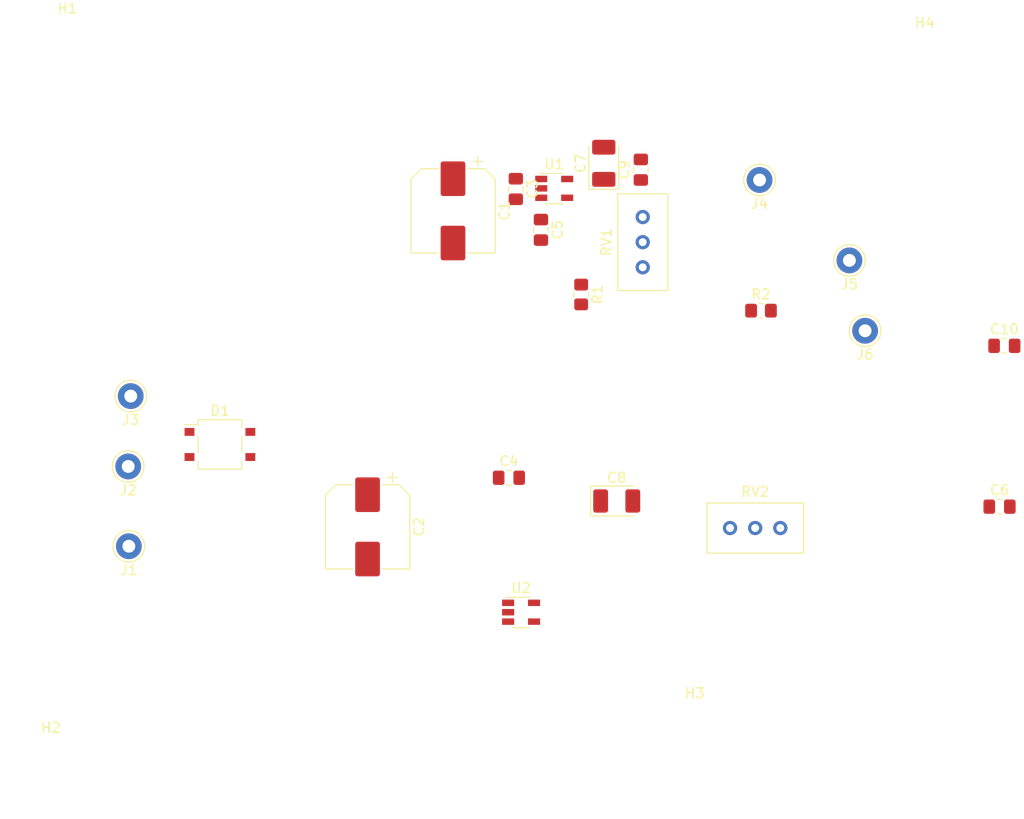
<source format=kicad_pcb>
(kicad_pcb (version 20171130) (host pcbnew "(5.1.7-0-10_14)")

  (general
    (thickness 1.6)
    (drawings 0)
    (tracks 0)
    (zones 0)
    (modules 27)
    (nets 13)
  )

  (page A4)
  (layers
    (0 F.Cu signal)
    (31 B.Cu signal)
    (32 B.Adhes user)
    (33 F.Adhes user)
    (34 B.Paste user)
    (35 F.Paste user)
    (36 B.SilkS user)
    (37 F.SilkS user)
    (38 B.Mask user)
    (39 F.Mask user)
    (40 Dwgs.User user)
    (41 Cmts.User user)
    (42 Eco1.User user)
    (43 Eco2.User user)
    (44 Edge.Cuts user)
    (45 Margin user)
    (46 B.CrtYd user)
    (47 F.CrtYd user)
    (48 B.Fab user)
    (49 F.Fab user)
  )

  (setup
    (last_trace_width 0.25)
    (user_trace_width 0.5)
    (trace_clearance 0.2)
    (zone_clearance 0.508)
    (zone_45_only no)
    (trace_min 0.2)
    (via_size 0.8)
    (via_drill 0.4)
    (via_min_size 0.4)
    (via_min_drill 0.3)
    (uvia_size 0.3)
    (uvia_drill 0.1)
    (uvias_allowed no)
    (uvia_min_size 0.2)
    (uvia_min_drill 0.1)
    (edge_width 0.05)
    (segment_width 0.2)
    (pcb_text_width 0.3)
    (pcb_text_size 1.5 1.5)
    (mod_edge_width 0.12)
    (mod_text_size 1 1)
    (mod_text_width 0.15)
    (pad_size 1.524 1.524)
    (pad_drill 0.762)
    (pad_to_mask_clearance 0)
    (aux_axis_origin 0 0)
    (visible_elements FFFFFF7F)
    (pcbplotparams
      (layerselection 0x010fc_ffffffff)
      (usegerberextensions false)
      (usegerberattributes true)
      (usegerberadvancedattributes true)
      (creategerberjobfile true)
      (excludeedgelayer true)
      (linewidth 0.100000)
      (plotframeref false)
      (viasonmask false)
      (mode 1)
      (useauxorigin false)
      (hpglpennumber 1)
      (hpglpenspeed 20)
      (hpglpendiameter 15.000000)
      (psnegative false)
      (psa4output false)
      (plotreference true)
      (plotvalue true)
      (plotinvisibletext false)
      (padsonsilk false)
      (subtractmaskfromsilk false)
      (outputformat 1)
      (mirror false)
      (drillshape 1)
      (scaleselection 1)
      (outputdirectory ""))
  )

  (net 0 "")
  (net 1 GND)
  (net 2 "Net-(C1-Pad1)")
  (net 3 "Net-(C2-Pad2)")
  (net 4 "Net-(C5-Pad1)")
  (net 5 "Net-(C6-Pad2)")
  (net 6 "Net-(C7-Pad1)")
  (net 7 "Net-(C10-Pad2)")
  (net 8 "Net-(D1-Pad2)")
  (net 9 "Net-(D1-Pad1)")
  (net 10 "Net-(R1-Pad2)")
  (net 11 "Net-(R1-Pad1)")
  (net 12 "Net-(R2-Pad2)")

  (net_class Default "This is the default net class."
    (clearance 0.2)
    (trace_width 0.25)
    (via_dia 0.8)
    (via_drill 0.4)
    (uvia_dia 0.3)
    (uvia_drill 0.1)
    (add_net GND)
    (add_net "Net-(C1-Pad1)")
    (add_net "Net-(C10-Pad2)")
    (add_net "Net-(C2-Pad2)")
    (add_net "Net-(C5-Pad1)")
    (add_net "Net-(C6-Pad2)")
    (add_net "Net-(C7-Pad1)")
    (add_net "Net-(D1-Pad1)")
    (add_net "Net-(D1-Pad2)")
    (add_net "Net-(R1-Pad1)")
    (add_net "Net-(R1-Pad2)")
    (add_net "Net-(R2-Pad2)")
  )

  (module Package_TO_SOT_SMD:TSOT-23-5 (layer F.Cu) (tedit 5A02FF57) (tstamp 5F958D26)
    (at 27.3285 52.517)
    (descr "5-pin TSOT23 package, http://cds.linear.com/docs/en/packaging/SOT_5_05-08-1635.pdf")
    (tags TSOT-23-5)
    (path /5F957B72)
    (attr smd)
    (fp_text reference U2 (at 0 -2.45) (layer F.SilkS)
      (effects (font (size 1 1) (thickness 0.15)))
    )
    (fp_text value LT1964-BYP (at 0 2.5) (layer F.Fab)
      (effects (font (size 1 1) (thickness 0.15)))
    )
    (fp_text user %R (at 0 0 90) (layer F.Fab)
      (effects (font (size 0.5 0.5) (thickness 0.075)))
    )
    (fp_line (start -0.88 1.56) (end 0.88 1.56) (layer F.SilkS) (width 0.12))
    (fp_line (start 0.88 -1.51) (end -1.55 -1.51) (layer F.SilkS) (width 0.12))
    (fp_line (start -0.88 -1) (end -0.43 -1.45) (layer F.Fab) (width 0.1))
    (fp_line (start 0.88 -1.45) (end -0.43 -1.45) (layer F.Fab) (width 0.1))
    (fp_line (start -0.88 -1) (end -0.88 1.45) (layer F.Fab) (width 0.1))
    (fp_line (start 0.88 1.45) (end -0.88 1.45) (layer F.Fab) (width 0.1))
    (fp_line (start 0.88 -1.45) (end 0.88 1.45) (layer F.Fab) (width 0.1))
    (fp_line (start -2.17 -1.7) (end 2.17 -1.7) (layer F.CrtYd) (width 0.05))
    (fp_line (start -2.17 -1.7) (end -2.17 1.7) (layer F.CrtYd) (width 0.05))
    (fp_line (start 2.17 1.7) (end 2.17 -1.7) (layer F.CrtYd) (width 0.05))
    (fp_line (start 2.17 1.7) (end -2.17 1.7) (layer F.CrtYd) (width 0.05))
    (pad 5 smd rect (at 1.31 -0.95) (size 1.22 0.65) (layers F.Cu F.Paste F.Mask)
      (net 7 "Net-(C10-Pad2)"))
    (pad 4 smd rect (at 1.31 0.95) (size 1.22 0.65) (layers F.Cu F.Paste F.Mask)
      (net 12 "Net-(R2-Pad2)"))
    (pad 3 smd rect (at -1.31 0.95) (size 1.22 0.65) (layers F.Cu F.Paste F.Mask)
      (net 5 "Net-(C6-Pad2)"))
    (pad 2 smd rect (at -1.31 0) (size 1.22 0.65) (layers F.Cu F.Paste F.Mask)
      (net 3 "Net-(C2-Pad2)"))
    (pad 1 smd rect (at -1.31 -0.95) (size 1.22 0.65) (layers F.Cu F.Paste F.Mask)
      (net 1 GND))
    (model ${KISYS3DMOD}/Package_TO_SOT_SMD.3dshapes/TSOT-23-5.wrl
      (at (xyz 0 0 0))
      (scale (xyz 1 1 1))
      (rotate (xyz 0 0 0))
    )
  )

  (module Package_TO_SOT_SMD:TSOT-23-5 (layer F.Cu) (tedit 5A02FF57) (tstamp 5F958D11)
    (at 30.675001 9.675001)
    (descr "5-pin TSOT23 package, http://cds.linear.com/docs/en/packaging/SOT_5_05-08-1635.pdf")
    (tags TSOT-23-5)
    (path /5F9572E9)
    (attr smd)
    (fp_text reference U1 (at 0 -2.45) (layer F.SilkS)
      (effects (font (size 1 1) (thickness 0.15)))
    )
    (fp_text value LT1761-BYP (at 0 2.5) (layer F.Fab)
      (effects (font (size 1 1) (thickness 0.15)))
    )
    (fp_text user %R (at 0 0 90) (layer F.Fab)
      (effects (font (size 0.5 0.5) (thickness 0.075)))
    )
    (fp_line (start -0.88 1.56) (end 0.88 1.56) (layer F.SilkS) (width 0.12))
    (fp_line (start 0.88 -1.51) (end -1.55 -1.51) (layer F.SilkS) (width 0.12))
    (fp_line (start -0.88 -1) (end -0.43 -1.45) (layer F.Fab) (width 0.1))
    (fp_line (start 0.88 -1.45) (end -0.43 -1.45) (layer F.Fab) (width 0.1))
    (fp_line (start -0.88 -1) (end -0.88 1.45) (layer F.Fab) (width 0.1))
    (fp_line (start 0.88 1.45) (end -0.88 1.45) (layer F.Fab) (width 0.1))
    (fp_line (start 0.88 -1.45) (end 0.88 1.45) (layer F.Fab) (width 0.1))
    (fp_line (start -2.17 -1.7) (end 2.17 -1.7) (layer F.CrtYd) (width 0.05))
    (fp_line (start -2.17 -1.7) (end -2.17 1.7) (layer F.CrtYd) (width 0.05))
    (fp_line (start 2.17 1.7) (end 2.17 -1.7) (layer F.CrtYd) (width 0.05))
    (fp_line (start 2.17 1.7) (end -2.17 1.7) (layer F.CrtYd) (width 0.05))
    (pad 5 smd rect (at 1.31 -0.95) (size 1.22 0.65) (layers F.Cu F.Paste F.Mask)
      (net 6 "Net-(C7-Pad1)"))
    (pad 4 smd rect (at 1.31 0.95) (size 1.22 0.65) (layers F.Cu F.Paste F.Mask)
      (net 11 "Net-(R1-Pad1)"))
    (pad 3 smd rect (at -1.31 0.95) (size 1.22 0.65) (layers F.Cu F.Paste F.Mask)
      (net 4 "Net-(C5-Pad1)"))
    (pad 2 smd rect (at -1.31 0) (size 1.22 0.65) (layers F.Cu F.Paste F.Mask)
      (net 1 GND))
    (pad 1 smd rect (at -1.31 -0.95) (size 1.22 0.65) (layers F.Cu F.Paste F.Mask)
      (net 2 "Net-(C1-Pad1)"))
    (model ${KISYS3DMOD}/Package_TO_SOT_SMD.3dshapes/TSOT-23-5.wrl
      (at (xyz 0 0 0))
      (scale (xyz 1 1 1))
      (rotate (xyz 0 0 0))
    )
  )

  (module Potentiometer_THT:Potentiometer_Bourns_3296W_Vertical (layer F.Cu) (tedit 5A3D4994) (tstamp 5F958CFC)
    (at 53.5305 44.0055)
    (descr "Potentiometer, vertical, Bourns 3296W, https://www.bourns.com/pdfs/3296.pdf")
    (tags "Potentiometer vertical Bourns 3296W")
    (path /5F998C09)
    (fp_text reference RV2 (at -2.54 -3.66) (layer F.SilkS)
      (effects (font (size 1 1) (thickness 0.15)))
    )
    (fp_text value 250k (at -2.54 3.67) (layer F.Fab)
      (effects (font (size 1 1) (thickness 0.15)))
    )
    (fp_text user %R (at -3.175 0.005) (layer F.Fab)
      (effects (font (size 1 1) (thickness 0.15)))
    )
    (fp_circle (center 0.955 1.15) (end 2.05 1.15) (layer F.Fab) (width 0.1))
    (fp_line (start -7.305 -2.41) (end -7.305 2.42) (layer F.Fab) (width 0.1))
    (fp_line (start -7.305 2.42) (end 2.225 2.42) (layer F.Fab) (width 0.1))
    (fp_line (start 2.225 2.42) (end 2.225 -2.41) (layer F.Fab) (width 0.1))
    (fp_line (start 2.225 -2.41) (end -7.305 -2.41) (layer F.Fab) (width 0.1))
    (fp_line (start 0.955 2.235) (end 0.956 0.066) (layer F.Fab) (width 0.1))
    (fp_line (start 0.955 2.235) (end 0.956 0.066) (layer F.Fab) (width 0.1))
    (fp_line (start -7.425 -2.53) (end 2.345 -2.53) (layer F.SilkS) (width 0.12))
    (fp_line (start -7.425 2.54) (end 2.345 2.54) (layer F.SilkS) (width 0.12))
    (fp_line (start -7.425 -2.53) (end -7.425 2.54) (layer F.SilkS) (width 0.12))
    (fp_line (start 2.345 -2.53) (end 2.345 2.54) (layer F.SilkS) (width 0.12))
    (fp_line (start -7.6 -2.7) (end -7.6 2.7) (layer F.CrtYd) (width 0.05))
    (fp_line (start -7.6 2.7) (end 2.5 2.7) (layer F.CrtYd) (width 0.05))
    (fp_line (start 2.5 2.7) (end 2.5 -2.7) (layer F.CrtYd) (width 0.05))
    (fp_line (start 2.5 -2.7) (end -7.6 -2.7) (layer F.CrtYd) (width 0.05))
    (pad 3 thru_hole circle (at -5.08 0) (size 1.44 1.44) (drill 0.8) (layers *.Cu *.Mask)
      (net 7 "Net-(C10-Pad2)"))
    (pad 2 thru_hole circle (at -2.54 0) (size 1.44 1.44) (drill 0.8) (layers *.Cu *.Mask)
      (net 12 "Net-(R2-Pad2)"))
    (pad 1 thru_hole circle (at 0 0) (size 1.44 1.44) (drill 0.8) (layers *.Cu *.Mask)
      (net 12 "Net-(R2-Pad2)"))
    (model ${KISYS3DMOD}/Potentiometer_THT.3dshapes/Potentiometer_Bourns_3296W_Vertical.wrl
      (at (xyz 0 0 0))
      (scale (xyz 1 1 1))
      (rotate (xyz 0 0 0))
    )
  )

  (module Potentiometer_THT:Potentiometer_Bourns_3296W_Vertical (layer F.Cu) (tedit 5A3D4994) (tstamp 5F958CE5)
    (at 39.624 12.573 90)
    (descr "Potentiometer, vertical, Bourns 3296W, https://www.bourns.com/pdfs/3296.pdf")
    (tags "Potentiometer vertical Bourns 3296W")
    (path /5F95A600)
    (fp_text reference RV1 (at -2.54 -3.66 90) (layer F.SilkS)
      (effects (font (size 1 1) (thickness 0.15)))
    )
    (fp_text value 250k (at -2.54 3.67 90) (layer F.Fab)
      (effects (font (size 1 1) (thickness 0.15)))
    )
    (fp_text user %R (at -3.175 0.005 90) (layer F.Fab)
      (effects (font (size 1 1) (thickness 0.15)))
    )
    (fp_circle (center 0.955 1.15) (end 2.05 1.15) (layer F.Fab) (width 0.1))
    (fp_line (start -7.305 -2.41) (end -7.305 2.42) (layer F.Fab) (width 0.1))
    (fp_line (start -7.305 2.42) (end 2.225 2.42) (layer F.Fab) (width 0.1))
    (fp_line (start 2.225 2.42) (end 2.225 -2.41) (layer F.Fab) (width 0.1))
    (fp_line (start 2.225 -2.41) (end -7.305 -2.41) (layer F.Fab) (width 0.1))
    (fp_line (start 0.955 2.235) (end 0.956 0.066) (layer F.Fab) (width 0.1))
    (fp_line (start 0.955 2.235) (end 0.956 0.066) (layer F.Fab) (width 0.1))
    (fp_line (start -7.425 -2.53) (end 2.345 -2.53) (layer F.SilkS) (width 0.12))
    (fp_line (start -7.425 2.54) (end 2.345 2.54) (layer F.SilkS) (width 0.12))
    (fp_line (start -7.425 -2.53) (end -7.425 2.54) (layer F.SilkS) (width 0.12))
    (fp_line (start 2.345 -2.53) (end 2.345 2.54) (layer F.SilkS) (width 0.12))
    (fp_line (start -7.6 -2.7) (end -7.6 2.7) (layer F.CrtYd) (width 0.05))
    (fp_line (start -7.6 2.7) (end 2.5 2.7) (layer F.CrtYd) (width 0.05))
    (fp_line (start 2.5 2.7) (end 2.5 -2.7) (layer F.CrtYd) (width 0.05))
    (fp_line (start 2.5 -2.7) (end -7.6 -2.7) (layer F.CrtYd) (width 0.05))
    (pad 3 thru_hole circle (at -5.08 0 90) (size 1.44 1.44) (drill 0.8) (layers *.Cu *.Mask)
      (net 11 "Net-(R1-Pad1)"))
    (pad 2 thru_hole circle (at -2.54 0 90) (size 1.44 1.44) (drill 0.8) (layers *.Cu *.Mask)
      (net 11 "Net-(R1-Pad1)"))
    (pad 1 thru_hole circle (at 0 0 90) (size 1.44 1.44) (drill 0.8) (layers *.Cu *.Mask)
      (net 6 "Net-(C7-Pad1)"))
    (model ${KISYS3DMOD}/Potentiometer_THT.3dshapes/Potentiometer_Bourns_3296W_Vertical.wrl
      (at (xyz 0 0 0))
      (scale (xyz 1 1 1))
      (rotate (xyz 0 0 0))
    )
  )

  (module Resistor_SMD:R_0805_2012Metric_Pad1.20x1.40mm_HandSolder (layer F.Cu) (tedit 5F68FEEE) (tstamp 5F958CCE)
    (at 51.578 22.0345)
    (descr "Resistor SMD 0805 (2012 Metric), square (rectangular) end terminal, IPC_7351 nominal with elongated pad for handsoldering. (Body size source: IPC-SM-782 page 72, https://www.pcb-3d.com/wordpress/wp-content/uploads/ipc-sm-782a_amendment_1_and_2.pdf), generated with kicad-footprint-generator")
    (tags "resistor handsolder")
    (path /5F99C2E1)
    (attr smd)
    (fp_text reference R2 (at 0 -1.65) (layer F.SilkS)
      (effects (font (size 1 1) (thickness 0.15)))
    )
    (fp_text value 15k (at 0 1.65) (layer F.Fab)
      (effects (font (size 1 1) (thickness 0.15)))
    )
    (fp_text user %R (at 0 0) (layer F.Fab)
      (effects (font (size 0.5 0.5) (thickness 0.08)))
    )
    (fp_line (start -1 0.625) (end -1 -0.625) (layer F.Fab) (width 0.1))
    (fp_line (start -1 -0.625) (end 1 -0.625) (layer F.Fab) (width 0.1))
    (fp_line (start 1 -0.625) (end 1 0.625) (layer F.Fab) (width 0.1))
    (fp_line (start 1 0.625) (end -1 0.625) (layer F.Fab) (width 0.1))
    (fp_line (start -0.227064 -0.735) (end 0.227064 -0.735) (layer F.SilkS) (width 0.12))
    (fp_line (start -0.227064 0.735) (end 0.227064 0.735) (layer F.SilkS) (width 0.12))
    (fp_line (start -1.85 0.95) (end -1.85 -0.95) (layer F.CrtYd) (width 0.05))
    (fp_line (start -1.85 -0.95) (end 1.85 -0.95) (layer F.CrtYd) (width 0.05))
    (fp_line (start 1.85 -0.95) (end 1.85 0.95) (layer F.CrtYd) (width 0.05))
    (fp_line (start 1.85 0.95) (end -1.85 0.95) (layer F.CrtYd) (width 0.05))
    (pad 2 smd roundrect (at 1 0) (size 1.2 1.4) (layers F.Cu F.Paste F.Mask) (roundrect_rratio 0.208333)
      (net 12 "Net-(R2-Pad2)"))
    (pad 1 smd roundrect (at -1 0) (size 1.2 1.4) (layers F.Cu F.Paste F.Mask) (roundrect_rratio 0.208333)
      (net 1 GND))
    (model ${KISYS3DMOD}/Resistor_SMD.3dshapes/R_0805_2012Metric.wrl
      (at (xyz 0 0 0))
      (scale (xyz 1 1 1))
      (rotate (xyz 0 0 0))
    )
  )

  (module Resistor_SMD:R_0805_2012Metric_Pad1.20x1.40mm_HandSolder (layer F.Cu) (tedit 5F68FEEE) (tstamp 5F958CBD)
    (at 33.401 20.3995 270)
    (descr "Resistor SMD 0805 (2012 Metric), square (rectangular) end terminal, IPC_7351 nominal with elongated pad for handsoldering. (Body size source: IPC-SM-782 page 72, https://www.pcb-3d.com/wordpress/wp-content/uploads/ipc-sm-782a_amendment_1_and_2.pdf), generated with kicad-footprint-generator")
    (tags "resistor handsolder")
    (path /5F95888A)
    (attr smd)
    (fp_text reference R1 (at 0 -1.65 90) (layer F.SilkS)
      (effects (font (size 1 1) (thickness 0.15)))
    )
    (fp_text value 15k (at 0 1.65 90) (layer F.Fab)
      (effects (font (size 1 1) (thickness 0.15)))
    )
    (fp_text user %R (at 0 0 90) (layer F.Fab)
      (effects (font (size 0.5 0.5) (thickness 0.08)))
    )
    (fp_line (start -1 0.625) (end -1 -0.625) (layer F.Fab) (width 0.1))
    (fp_line (start -1 -0.625) (end 1 -0.625) (layer F.Fab) (width 0.1))
    (fp_line (start 1 -0.625) (end 1 0.625) (layer F.Fab) (width 0.1))
    (fp_line (start 1 0.625) (end -1 0.625) (layer F.Fab) (width 0.1))
    (fp_line (start -0.227064 -0.735) (end 0.227064 -0.735) (layer F.SilkS) (width 0.12))
    (fp_line (start -0.227064 0.735) (end 0.227064 0.735) (layer F.SilkS) (width 0.12))
    (fp_line (start -1.85 0.95) (end -1.85 -0.95) (layer F.CrtYd) (width 0.05))
    (fp_line (start -1.85 -0.95) (end 1.85 -0.95) (layer F.CrtYd) (width 0.05))
    (fp_line (start 1.85 -0.95) (end 1.85 0.95) (layer F.CrtYd) (width 0.05))
    (fp_line (start 1.85 0.95) (end -1.85 0.95) (layer F.CrtYd) (width 0.05))
    (pad 2 smd roundrect (at 1 0 270) (size 1.2 1.4) (layers F.Cu F.Paste F.Mask) (roundrect_rratio 0.208333)
      (net 10 "Net-(R1-Pad2)"))
    (pad 1 smd roundrect (at -1 0 270) (size 1.2 1.4) (layers F.Cu F.Paste F.Mask) (roundrect_rratio 0.208333)
      (net 11 "Net-(R1-Pad1)"))
    (model ${KISYS3DMOD}/Resistor_SMD.3dshapes/R_0805_2012Metric.wrl
      (at (xyz 0 0 0))
      (scale (xyz 1 1 1))
      (rotate (xyz 0 0 0))
    )
  )

  (module Connector_Pin:Pin_D1.3mm_L11.0mm (layer F.Cu) (tedit 5A1DC085) (tstamp 5F958CAC)
    (at 62.103 24.0665)
    (descr "solder Pin_ diameter 1.3mm, hole diameter 1.3mm, length 11.0mm")
    (tags "solder Pin_ pressfit")
    (path /5F96951B)
    (fp_text reference J6 (at 0 2.4) (layer F.SilkS)
      (effects (font (size 1 1) (thickness 0.15)))
    )
    (fp_text value -15V (at 0 -2.05) (layer F.Fab)
      (effects (font (size 1 1) (thickness 0.15)))
    )
    (fp_text user %R (at 0 2.4) (layer F.Fab)
      (effects (font (size 1 1) (thickness 0.15)))
    )
    (fp_circle (center 0 0) (end 1.8 0) (layer F.CrtYd) (width 0.05))
    (fp_circle (center 0 0) (end 0.65 -0.05) (layer F.Fab) (width 0.12))
    (fp_circle (center 0 0) (end 1.25 -0.05) (layer F.Fab) (width 0.12))
    (fp_circle (center 0 0) (end 1.6 0.05) (layer F.SilkS) (width 0.12))
    (pad 1 thru_hole circle (at 0 0) (size 2.6 2.6) (drill 1.3) (layers *.Cu *.Mask)
      (net 7 "Net-(C10-Pad2)"))
    (model ${KISYS3DMOD}/Connector_Pin.3dshapes/Pin_D1.3mm_L11.0mm.wrl
      (at (xyz 0 0 0))
      (scale (xyz 1 1 1))
      (rotate (xyz 0 0 0))
    )
  )

  (module Connector_Pin:Pin_D1.3mm_L11.0mm (layer F.Cu) (tedit 5A1DC085) (tstamp 5F958CA2)
    (at 60.5155 16.9545)
    (descr "solder Pin_ diameter 1.3mm, hole diameter 1.3mm, length 11.0mm")
    (tags "solder Pin_ pressfit")
    (path /5F96866D)
    (fp_text reference J5 (at 0 2.4) (layer F.SilkS)
      (effects (font (size 1 1) (thickness 0.15)))
    )
    (fp_text value GND (at 0 -2.05) (layer F.Fab)
      (effects (font (size 1 1) (thickness 0.15)))
    )
    (fp_text user %R (at 0 2.4) (layer F.Fab)
      (effects (font (size 1 1) (thickness 0.15)))
    )
    (fp_circle (center 0 0) (end 1.8 0) (layer F.CrtYd) (width 0.05))
    (fp_circle (center 0 0) (end 0.65 -0.05) (layer F.Fab) (width 0.12))
    (fp_circle (center 0 0) (end 1.25 -0.05) (layer F.Fab) (width 0.12))
    (fp_circle (center 0 0) (end 1.6 0.05) (layer F.SilkS) (width 0.12))
    (pad 1 thru_hole circle (at 0 0) (size 2.6 2.6) (drill 1.3) (layers *.Cu *.Mask)
      (net 1 GND))
    (model ${KISYS3DMOD}/Connector_Pin.3dshapes/Pin_D1.3mm_L11.0mm.wrl
      (at (xyz 0 0 0))
      (scale (xyz 1 1 1))
      (rotate (xyz 0 0 0))
    )
  )

  (module Connector_Pin:Pin_D1.3mm_L11.0mm (layer F.Cu) (tedit 5A1DC085) (tstamp 5F958C98)
    (at 51.435 8.8265)
    (descr "solder Pin_ diameter 1.3mm, hole diameter 1.3mm, length 11.0mm")
    (tags "solder Pin_ pressfit")
    (path /5F968F41)
    (fp_text reference J4 (at 0 2.4) (layer F.SilkS)
      (effects (font (size 1 1) (thickness 0.15)))
    )
    (fp_text value +15V (at 0 -2.05) (layer F.Fab)
      (effects (font (size 1 1) (thickness 0.15)))
    )
    (fp_text user %R (at 0 2.4) (layer F.Fab)
      (effects (font (size 1 1) (thickness 0.15)))
    )
    (fp_circle (center 0 0) (end 1.8 0) (layer F.CrtYd) (width 0.05))
    (fp_circle (center 0 0) (end 0.65 -0.05) (layer F.Fab) (width 0.12))
    (fp_circle (center 0 0) (end 1.25 -0.05) (layer F.Fab) (width 0.12))
    (fp_circle (center 0 0) (end 1.6 0.05) (layer F.SilkS) (width 0.12))
    (pad 1 thru_hole circle (at 0 0) (size 2.6 2.6) (drill 1.3) (layers *.Cu *.Mask)
      (net 6 "Net-(C7-Pad1)"))
    (model ${KISYS3DMOD}/Connector_Pin.3dshapes/Pin_D1.3mm_L11.0mm.wrl
      (at (xyz 0 0 0))
      (scale (xyz 1 1 1))
      (rotate (xyz 0 0 0))
    )
  )

  (module Connector_Pin:Pin_D1.3mm_L11.0mm (layer F.Cu) (tedit 5A1DC085) (tstamp 5F958C8E)
    (at -12.1285 30.6705)
    (descr "solder Pin_ diameter 1.3mm, hole diameter 1.3mm, length 11.0mm")
    (tags "solder Pin_ pressfit")
    (path /5F95F6D2)
    (fp_text reference J3 (at 0 2.4) (layer F.SilkS)
      (effects (font (size 1 1) (thickness 0.15)))
    )
    (fp_text value AC (at 0 -2.05) (layer F.Fab)
      (effects (font (size 1 1) (thickness 0.15)))
    )
    (fp_text user %R (at 0 2.4) (layer F.Fab)
      (effects (font (size 1 1) (thickness 0.15)))
    )
    (fp_circle (center 0 0) (end 1.8 0) (layer F.CrtYd) (width 0.05))
    (fp_circle (center 0 0) (end 0.65 -0.05) (layer F.Fab) (width 0.12))
    (fp_circle (center 0 0) (end 1.25 -0.05) (layer F.Fab) (width 0.12))
    (fp_circle (center 0 0) (end 1.6 0.05) (layer F.SilkS) (width 0.12))
    (pad 1 thru_hole circle (at 0 0) (size 2.6 2.6) (drill 1.3) (layers *.Cu *.Mask)
      (net 9 "Net-(D1-Pad1)"))
    (model ${KISYS3DMOD}/Connector_Pin.3dshapes/Pin_D1.3mm_L11.0mm.wrl
      (at (xyz 0 0 0))
      (scale (xyz 1 1 1))
      (rotate (xyz 0 0 0))
    )
  )

  (module Connector_Pin:Pin_D1.3mm_L11.0mm (layer F.Cu) (tedit 5A1DC085) (tstamp 5F958C84)
    (at -12.3825 37.7825)
    (descr "solder Pin_ diameter 1.3mm, hole diameter 1.3mm, length 11.0mm")
    (tags "solder Pin_ pressfit")
    (path /5F959844)
    (fp_text reference J2 (at 0 2.4) (layer F.SilkS)
      (effects (font (size 1 1) (thickness 0.15)))
    )
    (fp_text value GND (at 0 -2.05) (layer F.Fab)
      (effects (font (size 1 1) (thickness 0.15)))
    )
    (fp_text user %R (at 0 2.4) (layer F.Fab)
      (effects (font (size 1 1) (thickness 0.15)))
    )
    (fp_circle (center 0 0) (end 1.8 0) (layer F.CrtYd) (width 0.05))
    (fp_circle (center 0 0) (end 0.65 -0.05) (layer F.Fab) (width 0.12))
    (fp_circle (center 0 0) (end 1.25 -0.05) (layer F.Fab) (width 0.12))
    (fp_circle (center 0 0) (end 1.6 0.05) (layer F.SilkS) (width 0.12))
    (pad 1 thru_hole circle (at 0 0) (size 2.6 2.6) (drill 1.3) (layers *.Cu *.Mask)
      (net 1 GND))
    (model ${KISYS3DMOD}/Connector_Pin.3dshapes/Pin_D1.3mm_L11.0mm.wrl
      (at (xyz 0 0 0))
      (scale (xyz 1 1 1))
      (rotate (xyz 0 0 0))
    )
  )

  (module Connector_Pin:Pin_D1.3mm_L11.0mm (layer F.Cu) (tedit 5A1DC085) (tstamp 5F958C7A)
    (at -12.319 45.847)
    (descr "solder Pin_ diameter 1.3mm, hole diameter 1.3mm, length 11.0mm")
    (tags "solder Pin_ pressfit")
    (path /5F95F176)
    (fp_text reference J1 (at 0 2.4) (layer F.SilkS)
      (effects (font (size 1 1) (thickness 0.15)))
    )
    (fp_text value AC (at 0 -2.05) (layer F.Fab)
      (effects (font (size 1 1) (thickness 0.15)))
    )
    (fp_text user %R (at 0 2.4) (layer F.Fab)
      (effects (font (size 1 1) (thickness 0.15)))
    )
    (fp_circle (center 0 0) (end 1.8 0) (layer F.CrtYd) (width 0.05))
    (fp_circle (center 0 0) (end 0.65 -0.05) (layer F.Fab) (width 0.12))
    (fp_circle (center 0 0) (end 1.25 -0.05) (layer F.Fab) (width 0.12))
    (fp_circle (center 0 0) (end 1.6 0.05) (layer F.SilkS) (width 0.12))
    (pad 1 thru_hole circle (at 0 0) (size 2.6 2.6) (drill 1.3) (layers *.Cu *.Mask)
      (net 8 "Net-(D1-Pad2)"))
    (model ${KISYS3DMOD}/Connector_Pin.3dshapes/Pin_D1.3mm_L11.0mm.wrl
      (at (xyz 0 0 0))
      (scale (xyz 1 1 1))
      (rotate (xyz 0 0 0))
    )
  )

  (module MountingHole:MountingHole_3.2mm_M3 (layer F.Cu) (tedit 56D1B4CB) (tstamp 5F958C70)
    (at 68.1355 -2.8575)
    (descr "Mounting Hole 3.2mm, no annular, M3")
    (tags "mounting hole 3.2mm no annular m3")
    (path /5F95DB8E)
    (attr virtual)
    (fp_text reference H4 (at 0 -4.2) (layer F.SilkS)
      (effects (font (size 1 1) (thickness 0.15)))
    )
    (fp_text value MountingHole (at 0 4.2) (layer F.Fab)
      (effects (font (size 1 1) (thickness 0.15)))
    )
    (fp_text user %R (at 0.3 0) (layer F.Fab)
      (effects (font (size 1 1) (thickness 0.15)))
    )
    (fp_circle (center 0 0) (end 3.2 0) (layer Cmts.User) (width 0.15))
    (fp_circle (center 0 0) (end 3.45 0) (layer F.CrtYd) (width 0.05))
    (pad 1 np_thru_hole circle (at 0 0) (size 3.2 3.2) (drill 3.2) (layers *.Cu *.Mask))
  )

  (module MountingHole:MountingHole_3.2mm_M3 (layer F.Cu) (tedit 56D1B4CB) (tstamp 5F958C68)
    (at 44.8945 64.897)
    (descr "Mounting Hole 3.2mm, no annular, M3")
    (tags "mounting hole 3.2mm no annular m3")
    (path /5F95D7C8)
    (attr virtual)
    (fp_text reference H3 (at 0 -4.2) (layer F.SilkS)
      (effects (font (size 1 1) (thickness 0.15)))
    )
    (fp_text value MountingHole (at 0 4.2) (layer F.Fab)
      (effects (font (size 1 1) (thickness 0.15)))
    )
    (fp_text user %R (at 0.3 0) (layer F.Fab)
      (effects (font (size 1 1) (thickness 0.15)))
    )
    (fp_circle (center 0 0) (end 3.2 0) (layer Cmts.User) (width 0.15))
    (fp_circle (center 0 0) (end 3.45 0) (layer F.CrtYd) (width 0.05))
    (pad 1 np_thru_hole circle (at 0 0) (size 3.2 3.2) (drill 3.2) (layers *.Cu *.Mask))
  )

  (module MountingHole:MountingHole_3.2mm_M3 (layer F.Cu) (tedit 56D1B4CB) (tstamp 5F958C60)
    (at -20.193 68.3895)
    (descr "Mounting Hole 3.2mm, no annular, M3")
    (tags "mounting hole 3.2mm no annular m3")
    (path /5F95D9CD)
    (attr virtual)
    (fp_text reference H2 (at 0 -4.2) (layer F.SilkS)
      (effects (font (size 1 1) (thickness 0.15)))
    )
    (fp_text value MountingHole (at 0 4.2) (layer F.Fab)
      (effects (font (size 1 1) (thickness 0.15)))
    )
    (fp_text user %R (at 0.3 0) (layer F.Fab)
      (effects (font (size 1 1) (thickness 0.15)))
    )
    (fp_circle (center 0 0) (end 3.2 0) (layer Cmts.User) (width 0.15))
    (fp_circle (center 0 0) (end 3.45 0) (layer F.CrtYd) (width 0.05))
    (pad 1 np_thru_hole circle (at 0 0) (size 3.2 3.2) (drill 3.2) (layers *.Cu *.Mask))
  )

  (module MountingHole:MountingHole_3.2mm_M3 (layer F.Cu) (tedit 56D1B4CB) (tstamp 5F958C58)
    (at -18.542 -4.318)
    (descr "Mounting Hole 3.2mm, no annular, M3")
    (tags "mounting hole 3.2mm no annular m3")
    (path /5F95CBEB)
    (attr virtual)
    (fp_text reference H1 (at 0 -4.2) (layer F.SilkS)
      (effects (font (size 1 1) (thickness 0.15)))
    )
    (fp_text value MountingHole (at 0 4.2) (layer F.Fab)
      (effects (font (size 1 1) (thickness 0.15)))
    )
    (fp_text user %R (at 0.3 0) (layer F.Fab)
      (effects (font (size 1 1) (thickness 0.15)))
    )
    (fp_circle (center 0 0) (end 3.2 0) (layer Cmts.User) (width 0.15))
    (fp_circle (center 0 0) (end 3.45 0) (layer F.CrtYd) (width 0.05))
    (pad 1 np_thru_hole circle (at 0 0) (size 3.2 3.2) (drill 3.2) (layers *.Cu *.Mask))
  )

  (module Package_TO_SOT_SMD:TO-269AA (layer F.Cu) (tedit 5A4F6848) (tstamp 5F958C50)
    (at -3.1115 35.56)
    (descr "SMD package TO-269AA (e.g. diode bridge), see http://www.vishay.com/docs/88854/padlayouts.pdf")
    (tags "TO-269AA MBS diode bridge")
    (path /5F95E1FB)
    (attr smd)
    (fp_text reference D1 (at 0 -3.4) (layer F.SilkS)
      (effects (font (size 1 1) (thickness 0.15)))
    )
    (fp_text value MB4S (at 0 3.5) (layer F.Fab)
      (effects (font (size 1 1) (thickness 0.15)))
    )
    (fp_text user %R (at 0 -0.065) (layer F.Fab)
      (effects (font (size 1 1) (thickness 0.15)))
    )
    (fp_line (start -2.2 -2.5) (end -2.2 -2) (layer F.SilkS) (width 0.12))
    (fp_line (start -2.2 -2) (end -3.6 -2) (layer F.SilkS) (width 0.12))
    (fp_line (start 2.2 -0.8) (end 2.2 0.8) (layer F.SilkS) (width 0.12))
    (fp_line (start -2.2 -0.8) (end -2.2 0.8) (layer F.SilkS) (width 0.12))
    (fp_line (start 2.2 -1.7) (end 2.2 -2.5) (layer F.SilkS) (width 0.12))
    (fp_line (start 2.2 -2.5) (end -2.2 -2.5) (layer F.SilkS) (width 0.12))
    (fp_line (start 2.2 1.7) (end 2.2 2.5) (layer F.SilkS) (width 0.12))
    (fp_line (start 2.2 2.5) (end -2.2 2.5) (layer F.SilkS) (width 0.12))
    (fp_line (start -2.2 2.5) (end -2.2 1.7) (layer F.SilkS) (width 0.12))
    (fp_line (start 2.05 -2.4) (end 2.05 2.4) (layer F.Fab) (width 0.12))
    (fp_line (start 2.05 2.4) (end -2.05 2.4) (layer F.Fab) (width 0.12))
    (fp_line (start -2.05 2.4) (end -2.05 -1.7) (layer F.Fab) (width 0.12))
    (fp_line (start -2.05 -1.7) (end -1.35 -2.4) (layer F.Fab) (width 0.12))
    (fp_line (start -1.35 -2.4) (end 2.05 -2.4) (layer F.Fab) (width 0.12))
    (fp_line (start -3.82 -2.65) (end 3.83 -2.65) (layer F.CrtYd) (width 0.05))
    (fp_line (start -3.82 -2.65) (end -3.82 2.65) (layer F.CrtYd) (width 0.05))
    (fp_line (start 3.83 2.65) (end 3.83 -2.65) (layer F.CrtYd) (width 0.05))
    (fp_line (start 3.83 2.65) (end -3.82 2.65) (layer F.CrtYd) (width 0.05))
    (pad 4 smd rect (at 3.075 -1.27) (size 1 0.8) (layers F.Cu F.Paste F.Mask)
      (net 3 "Net-(C2-Pad2)"))
    (pad 3 smd rect (at 3.075 1.27) (size 1 0.8) (layers F.Cu F.Paste F.Mask)
      (net 2 "Net-(C1-Pad1)"))
    (pad 2 smd rect (at -3.075 1.27) (size 1 0.8) (layers F.Cu F.Paste F.Mask)
      (net 8 "Net-(D1-Pad2)"))
    (pad 1 smd rect (at -3.075 -1.27) (size 1 0.8) (layers F.Cu F.Paste F.Mask)
      (net 9 "Net-(D1-Pad1)"))
    (model ${KISYS3DMOD}/Package_TO_SOT_SMD.3dshapes/TO-269AA.wrl
      (at (xyz 0 0 0))
      (scale (xyz 1 1 1))
      (rotate (xyz 0 0 0))
    )
  )

  (module Capacitor_SMD:C_0805_2012Metric_Pad1.18x1.45mm_HandSolder (layer F.Cu) (tedit 5F68FEEF) (tstamp 5F958C35)
    (at 76.1785 25.5905)
    (descr "Capacitor SMD 0805 (2012 Metric), square (rectangular) end terminal, IPC_7351 nominal with elongated pad for handsoldering. (Body size source: IPC-SM-782 page 76, https://www.pcb-3d.com/wordpress/wp-content/uploads/ipc-sm-782a_amendment_1_and_2.pdf, https://docs.google.com/spreadsheets/d/1BsfQQcO9C6DZCsRaXUlFlo91Tg2WpOkGARC1WS5S8t0/edit?usp=sharing), generated with kicad-footprint-generator")
    (tags "capacitor handsolder")
    (path /5F9919F2)
    (attr smd)
    (fp_text reference C10 (at 0 -1.68) (layer F.SilkS)
      (effects (font (size 1 1) (thickness 0.15)))
    )
    (fp_text value 100n (at 0 1.68) (layer F.Fab)
      (effects (font (size 1 1) (thickness 0.15)))
    )
    (fp_text user %R (at 0 0) (layer F.Fab)
      (effects (font (size 0.5 0.5) (thickness 0.08)))
    )
    (fp_line (start -1 0.625) (end -1 -0.625) (layer F.Fab) (width 0.1))
    (fp_line (start -1 -0.625) (end 1 -0.625) (layer F.Fab) (width 0.1))
    (fp_line (start 1 -0.625) (end 1 0.625) (layer F.Fab) (width 0.1))
    (fp_line (start 1 0.625) (end -1 0.625) (layer F.Fab) (width 0.1))
    (fp_line (start -0.261252 -0.735) (end 0.261252 -0.735) (layer F.SilkS) (width 0.12))
    (fp_line (start -0.261252 0.735) (end 0.261252 0.735) (layer F.SilkS) (width 0.12))
    (fp_line (start -1.88 0.98) (end -1.88 -0.98) (layer F.CrtYd) (width 0.05))
    (fp_line (start -1.88 -0.98) (end 1.88 -0.98) (layer F.CrtYd) (width 0.05))
    (fp_line (start 1.88 -0.98) (end 1.88 0.98) (layer F.CrtYd) (width 0.05))
    (fp_line (start 1.88 0.98) (end -1.88 0.98) (layer F.CrtYd) (width 0.05))
    (pad 2 smd roundrect (at 1.0375 0) (size 1.175 1.45) (layers F.Cu F.Paste F.Mask) (roundrect_rratio 0.212766)
      (net 7 "Net-(C10-Pad2)"))
    (pad 1 smd roundrect (at -1.0375 0) (size 1.175 1.45) (layers F.Cu F.Paste F.Mask) (roundrect_rratio 0.212766)
      (net 1 GND))
    (model ${KISYS3DMOD}/Capacitor_SMD.3dshapes/C_0805_2012Metric.wrl
      (at (xyz 0 0 0))
      (scale (xyz 1 1 1))
      (rotate (xyz 0 0 0))
    )
  )

  (module Capacitor_SMD:C_0805_2012Metric_Pad1.18x1.45mm_HandSolder (layer F.Cu) (tedit 5F68FEEF) (tstamp 5F958C24)
    (at 39.4335 7.789 90)
    (descr "Capacitor SMD 0805 (2012 Metric), square (rectangular) end terminal, IPC_7351 nominal with elongated pad for handsoldering. (Body size source: IPC-SM-782 page 76, https://www.pcb-3d.com/wordpress/wp-content/uploads/ipc-sm-782a_amendment_1_and_2.pdf, https://docs.google.com/spreadsheets/d/1BsfQQcO9C6DZCsRaXUlFlo91Tg2WpOkGARC1WS5S8t0/edit?usp=sharing), generated with kicad-footprint-generator")
    (tags "capacitor handsolder")
    (path /5F973298)
    (attr smd)
    (fp_text reference C9 (at 0 -1.68 90) (layer F.SilkS)
      (effects (font (size 1 1) (thickness 0.15)))
    )
    (fp_text value 100n (at 0 1.68 90) (layer F.Fab)
      (effects (font (size 1 1) (thickness 0.15)))
    )
    (fp_text user %R (at 0 0 90) (layer F.Fab)
      (effects (font (size 0.5 0.5) (thickness 0.08)))
    )
    (fp_line (start -1 0.625) (end -1 -0.625) (layer F.Fab) (width 0.1))
    (fp_line (start -1 -0.625) (end 1 -0.625) (layer F.Fab) (width 0.1))
    (fp_line (start 1 -0.625) (end 1 0.625) (layer F.Fab) (width 0.1))
    (fp_line (start 1 0.625) (end -1 0.625) (layer F.Fab) (width 0.1))
    (fp_line (start -0.261252 -0.735) (end 0.261252 -0.735) (layer F.SilkS) (width 0.12))
    (fp_line (start -0.261252 0.735) (end 0.261252 0.735) (layer F.SilkS) (width 0.12))
    (fp_line (start -1.88 0.98) (end -1.88 -0.98) (layer F.CrtYd) (width 0.05))
    (fp_line (start -1.88 -0.98) (end 1.88 -0.98) (layer F.CrtYd) (width 0.05))
    (fp_line (start 1.88 -0.98) (end 1.88 0.98) (layer F.CrtYd) (width 0.05))
    (fp_line (start 1.88 0.98) (end -1.88 0.98) (layer F.CrtYd) (width 0.05))
    (pad 2 smd roundrect (at 1.0375 0 90) (size 1.175 1.45) (layers F.Cu F.Paste F.Mask) (roundrect_rratio 0.212766)
      (net 1 GND))
    (pad 1 smd roundrect (at -1.0375 0 90) (size 1.175 1.45) (layers F.Cu F.Paste F.Mask) (roundrect_rratio 0.212766)
      (net 6 "Net-(C7-Pad1)"))
    (model ${KISYS3DMOD}/Capacitor_SMD.3dshapes/C_0805_2012Metric.wrl
      (at (xyz 0 0 0))
      (scale (xyz 1 1 1))
      (rotate (xyz 0 0 0))
    )
  )

  (module Capacitor_Tantalum_SMD:CP_EIA-3528-12_Kemet-T_Pad1.50x2.35mm_HandSolder (layer F.Cu) (tedit 5EBA9318) (tstamp 5F958C13)
    (at 36.9945 41.275)
    (descr "Tantalum Capacitor SMD Kemet-T (3528-12 Metric), IPC_7351 nominal, (Body size from: http://www.kemet.com/Lists/ProductCatalog/Attachments/253/KEM_TC101_STD.pdf), generated with kicad-footprint-generator")
    (tags "capacitor tantalum")
    (path /5F9919EC)
    (attr smd)
    (fp_text reference C8 (at 0 -2.35) (layer F.SilkS)
      (effects (font (size 1 1) (thickness 0.15)))
    )
    (fp_text value 10u (at 0 2.35) (layer F.Fab)
      (effects (font (size 1 1) (thickness 0.15)))
    )
    (fp_text user %R (at 0 0) (layer F.Fab)
      (effects (font (size 0.88 0.88) (thickness 0.13)))
    )
    (fp_line (start 1.75 -1.4) (end -1.05 -1.4) (layer F.Fab) (width 0.1))
    (fp_line (start -1.05 -1.4) (end -1.75 -0.7) (layer F.Fab) (width 0.1))
    (fp_line (start -1.75 -0.7) (end -1.75 1.4) (layer F.Fab) (width 0.1))
    (fp_line (start -1.75 1.4) (end 1.75 1.4) (layer F.Fab) (width 0.1))
    (fp_line (start 1.75 1.4) (end 1.75 -1.4) (layer F.Fab) (width 0.1))
    (fp_line (start 1.75 -1.51) (end -2.635 -1.51) (layer F.SilkS) (width 0.12))
    (fp_line (start -2.635 -1.51) (end -2.635 1.51) (layer F.SilkS) (width 0.12))
    (fp_line (start -2.635 1.51) (end 1.75 1.51) (layer F.SilkS) (width 0.12))
    (fp_line (start -2.62 1.65) (end -2.62 -1.65) (layer F.CrtYd) (width 0.05))
    (fp_line (start -2.62 -1.65) (end 2.62 -1.65) (layer F.CrtYd) (width 0.05))
    (fp_line (start 2.62 -1.65) (end 2.62 1.65) (layer F.CrtYd) (width 0.05))
    (fp_line (start 2.62 1.65) (end -2.62 1.65) (layer F.CrtYd) (width 0.05))
    (pad 2 smd roundrect (at 1.625 0) (size 1.5 2.35) (layers F.Cu F.Paste F.Mask) (roundrect_rratio 0.166667)
      (net 7 "Net-(C10-Pad2)"))
    (pad 1 smd roundrect (at -1.625 0) (size 1.5 2.35) (layers F.Cu F.Paste F.Mask) (roundrect_rratio 0.166667)
      (net 1 GND))
    (model ${KISYS3DMOD}/Capacitor_Tantalum_SMD.3dshapes/CP_EIA-3528-12_Kemet-T.wrl
      (at (xyz 0 0 0))
      (scale (xyz 1 1 1))
      (rotate (xyz 0 0 0))
    )
  )

  (module Capacitor_Tantalum_SMD:CP_EIA-3528-12_Kemet-T_Pad1.50x2.35mm_HandSolder (layer F.Cu) (tedit 5EBA9318) (tstamp 5F958C00)
    (at 35.687 7.138 90)
    (descr "Tantalum Capacitor SMD Kemet-T (3528-12 Metric), IPC_7351 nominal, (Body size from: http://www.kemet.com/Lists/ProductCatalog/Attachments/253/KEM_TC101_STD.pdf), generated with kicad-footprint-generator")
    (tags "capacitor tantalum")
    (path /5F95BFDC)
    (attr smd)
    (fp_text reference C7 (at 0 -2.35 90) (layer F.SilkS)
      (effects (font (size 1 1) (thickness 0.15)))
    )
    (fp_text value 10u (at 0 2.35 90) (layer F.Fab)
      (effects (font (size 1 1) (thickness 0.15)))
    )
    (fp_text user %R (at 0 0 90) (layer F.Fab)
      (effects (font (size 0.88 0.88) (thickness 0.13)))
    )
    (fp_line (start 1.75 -1.4) (end -1.05 -1.4) (layer F.Fab) (width 0.1))
    (fp_line (start -1.05 -1.4) (end -1.75 -0.7) (layer F.Fab) (width 0.1))
    (fp_line (start -1.75 -0.7) (end -1.75 1.4) (layer F.Fab) (width 0.1))
    (fp_line (start -1.75 1.4) (end 1.75 1.4) (layer F.Fab) (width 0.1))
    (fp_line (start 1.75 1.4) (end 1.75 -1.4) (layer F.Fab) (width 0.1))
    (fp_line (start 1.75 -1.51) (end -2.635 -1.51) (layer F.SilkS) (width 0.12))
    (fp_line (start -2.635 -1.51) (end -2.635 1.51) (layer F.SilkS) (width 0.12))
    (fp_line (start -2.635 1.51) (end 1.75 1.51) (layer F.SilkS) (width 0.12))
    (fp_line (start -2.62 1.65) (end -2.62 -1.65) (layer F.CrtYd) (width 0.05))
    (fp_line (start -2.62 -1.65) (end 2.62 -1.65) (layer F.CrtYd) (width 0.05))
    (fp_line (start 2.62 -1.65) (end 2.62 1.65) (layer F.CrtYd) (width 0.05))
    (fp_line (start 2.62 1.65) (end -2.62 1.65) (layer F.CrtYd) (width 0.05))
    (pad 2 smd roundrect (at 1.625 0 90) (size 1.5 2.35) (layers F.Cu F.Paste F.Mask) (roundrect_rratio 0.166667)
      (net 1 GND))
    (pad 1 smd roundrect (at -1.625 0 90) (size 1.5 2.35) (layers F.Cu F.Paste F.Mask) (roundrect_rratio 0.166667)
      (net 6 "Net-(C7-Pad1)"))
    (model ${KISYS3DMOD}/Capacitor_Tantalum_SMD.3dshapes/CP_EIA-3528-12_Kemet-T.wrl
      (at (xyz 0 0 0))
      (scale (xyz 1 1 1))
      (rotate (xyz 0 0 0))
    )
  )

  (module Capacitor_SMD:C_0805_2012Metric_Pad1.18x1.45mm_HandSolder (layer F.Cu) (tedit 5F68FEEF) (tstamp 5F958BED)
    (at 75.692 41.8465)
    (descr "Capacitor SMD 0805 (2012 Metric), square (rectangular) end terminal, IPC_7351 nominal with elongated pad for handsoldering. (Body size source: IPC-SM-782 page 76, https://www.pcb-3d.com/wordpress/wp-content/uploads/ipc-sm-782a_amendment_1_and_2.pdf, https://docs.google.com/spreadsheets/d/1BsfQQcO9C6DZCsRaXUlFlo91Tg2WpOkGARC1WS5S8t0/edit?usp=sharing), generated with kicad-footprint-generator")
    (tags "capacitor handsolder")
    (path /5F996810)
    (attr smd)
    (fp_text reference C6 (at 0 -1.68) (layer F.SilkS)
      (effects (font (size 1 1) (thickness 0.15)))
    )
    (fp_text value 10n (at 0 1.68) (layer F.Fab)
      (effects (font (size 1 1) (thickness 0.15)))
    )
    (fp_text user %R (at 0 0) (layer F.Fab)
      (effects (font (size 0.5 0.5) (thickness 0.08)))
    )
    (fp_line (start -1 0.625) (end -1 -0.625) (layer F.Fab) (width 0.1))
    (fp_line (start -1 -0.625) (end 1 -0.625) (layer F.Fab) (width 0.1))
    (fp_line (start 1 -0.625) (end 1 0.625) (layer F.Fab) (width 0.1))
    (fp_line (start 1 0.625) (end -1 0.625) (layer F.Fab) (width 0.1))
    (fp_line (start -0.261252 -0.735) (end 0.261252 -0.735) (layer F.SilkS) (width 0.12))
    (fp_line (start -0.261252 0.735) (end 0.261252 0.735) (layer F.SilkS) (width 0.12))
    (fp_line (start -1.88 0.98) (end -1.88 -0.98) (layer F.CrtYd) (width 0.05))
    (fp_line (start -1.88 -0.98) (end 1.88 -0.98) (layer F.CrtYd) (width 0.05))
    (fp_line (start 1.88 -0.98) (end 1.88 0.98) (layer F.CrtYd) (width 0.05))
    (fp_line (start 1.88 0.98) (end -1.88 0.98) (layer F.CrtYd) (width 0.05))
    (pad 2 smd roundrect (at 1.0375 0) (size 1.175 1.45) (layers F.Cu F.Paste F.Mask) (roundrect_rratio 0.212766)
      (net 5 "Net-(C6-Pad2)"))
    (pad 1 smd roundrect (at -1.0375 0) (size 1.175 1.45) (layers F.Cu F.Paste F.Mask) (roundrect_rratio 0.212766)
      (net 1 GND))
    (model ${KISYS3DMOD}/Capacitor_SMD.3dshapes/C_0805_2012Metric.wrl
      (at (xyz 0 0 0))
      (scale (xyz 1 1 1))
      (rotate (xyz 0 0 0))
    )
  )

  (module Capacitor_SMD:C_0805_2012Metric_Pad1.18x1.45mm_HandSolder (layer F.Cu) (tedit 5F68FEEF) (tstamp 5F958BDC)
    (at 29.337 13.8645 270)
    (descr "Capacitor SMD 0805 (2012 Metric), square (rectangular) end terminal, IPC_7351 nominal with elongated pad for handsoldering. (Body size source: IPC-SM-782 page 76, https://www.pcb-3d.com/wordpress/wp-content/uploads/ipc-sm-782a_amendment_1_and_2.pdf, https://docs.google.com/spreadsheets/d/1BsfQQcO9C6DZCsRaXUlFlo91Tg2WpOkGARC1WS5S8t0/edit?usp=sharing), generated with kicad-footprint-generator")
    (tags "capacitor handsolder")
    (path /5F95B397)
    (attr smd)
    (fp_text reference C5 (at 0 -1.68 90) (layer F.SilkS)
      (effects (font (size 1 1) (thickness 0.15)))
    )
    (fp_text value 10n (at 0 1.68 90) (layer F.Fab)
      (effects (font (size 1 1) (thickness 0.15)))
    )
    (fp_text user %R (at 0 0 90) (layer F.Fab)
      (effects (font (size 0.5 0.5) (thickness 0.08)))
    )
    (fp_line (start -1 0.625) (end -1 -0.625) (layer F.Fab) (width 0.1))
    (fp_line (start -1 -0.625) (end 1 -0.625) (layer F.Fab) (width 0.1))
    (fp_line (start 1 -0.625) (end 1 0.625) (layer F.Fab) (width 0.1))
    (fp_line (start 1 0.625) (end -1 0.625) (layer F.Fab) (width 0.1))
    (fp_line (start -0.261252 -0.735) (end 0.261252 -0.735) (layer F.SilkS) (width 0.12))
    (fp_line (start -0.261252 0.735) (end 0.261252 0.735) (layer F.SilkS) (width 0.12))
    (fp_line (start -1.88 0.98) (end -1.88 -0.98) (layer F.CrtYd) (width 0.05))
    (fp_line (start -1.88 -0.98) (end 1.88 -0.98) (layer F.CrtYd) (width 0.05))
    (fp_line (start 1.88 -0.98) (end 1.88 0.98) (layer F.CrtYd) (width 0.05))
    (fp_line (start 1.88 0.98) (end -1.88 0.98) (layer F.CrtYd) (width 0.05))
    (pad 2 smd roundrect (at 1.0375 0 270) (size 1.175 1.45) (layers F.Cu F.Paste F.Mask) (roundrect_rratio 0.212766)
      (net 1 GND))
    (pad 1 smd roundrect (at -1.0375 0 270) (size 1.175 1.45) (layers F.Cu F.Paste F.Mask) (roundrect_rratio 0.212766)
      (net 4 "Net-(C5-Pad1)"))
    (model ${KISYS3DMOD}/Capacitor_SMD.3dshapes/C_0805_2012Metric.wrl
      (at (xyz 0 0 0))
      (scale (xyz 1 1 1))
      (rotate (xyz 0 0 0))
    )
  )

  (module Capacitor_SMD:C_0805_2012Metric_Pad1.18x1.45mm_HandSolder (layer F.Cu) (tedit 5F68FEEF) (tstamp 5F958BCB)
    (at 26.0985 38.9255)
    (descr "Capacitor SMD 0805 (2012 Metric), square (rectangular) end terminal, IPC_7351 nominal with elongated pad for handsoldering. (Body size source: IPC-SM-782 page 76, https://www.pcb-3d.com/wordpress/wp-content/uploads/ipc-sm-782a_amendment_1_and_2.pdf, https://docs.google.com/spreadsheets/d/1BsfQQcO9C6DZCsRaXUlFlo91Tg2WpOkGARC1WS5S8t0/edit?usp=sharing), generated with kicad-footprint-generator")
    (tags "capacitor handsolder")
    (path /5F989596)
    (attr smd)
    (fp_text reference C4 (at 0 -1.68) (layer F.SilkS)
      (effects (font (size 1 1) (thickness 0.15)))
    )
    (fp_text value 1u (at 0 1.68) (layer F.Fab)
      (effects (font (size 1 1) (thickness 0.15)))
    )
    (fp_text user %R (at 0 0) (layer F.Fab)
      (effects (font (size 0.5 0.5) (thickness 0.08)))
    )
    (fp_line (start -1 0.625) (end -1 -0.625) (layer F.Fab) (width 0.1))
    (fp_line (start -1 -0.625) (end 1 -0.625) (layer F.Fab) (width 0.1))
    (fp_line (start 1 -0.625) (end 1 0.625) (layer F.Fab) (width 0.1))
    (fp_line (start 1 0.625) (end -1 0.625) (layer F.Fab) (width 0.1))
    (fp_line (start -0.261252 -0.735) (end 0.261252 -0.735) (layer F.SilkS) (width 0.12))
    (fp_line (start -0.261252 0.735) (end 0.261252 0.735) (layer F.SilkS) (width 0.12))
    (fp_line (start -1.88 0.98) (end -1.88 -0.98) (layer F.CrtYd) (width 0.05))
    (fp_line (start -1.88 -0.98) (end 1.88 -0.98) (layer F.CrtYd) (width 0.05))
    (fp_line (start 1.88 -0.98) (end 1.88 0.98) (layer F.CrtYd) (width 0.05))
    (fp_line (start 1.88 0.98) (end -1.88 0.98) (layer F.CrtYd) (width 0.05))
    (pad 2 smd roundrect (at 1.0375 0) (size 1.175 1.45) (layers F.Cu F.Paste F.Mask) (roundrect_rratio 0.212766)
      (net 3 "Net-(C2-Pad2)"))
    (pad 1 smd roundrect (at -1.0375 0) (size 1.175 1.45) (layers F.Cu F.Paste F.Mask) (roundrect_rratio 0.212766)
      (net 1 GND))
    (model ${KISYS3DMOD}/Capacitor_SMD.3dshapes/C_0805_2012Metric.wrl
      (at (xyz 0 0 0))
      (scale (xyz 1 1 1))
      (rotate (xyz 0 0 0))
    )
  )

  (module Capacitor_SMD:C_0805_2012Metric_Pad1.18x1.45mm_HandSolder (layer F.Cu) (tedit 5F68FEEF) (tstamp 5F958BBA)
    (at 26.797 9.737 270)
    (descr "Capacitor SMD 0805 (2012 Metric), square (rectangular) end terminal, IPC_7351 nominal with elongated pad for handsoldering. (Body size source: IPC-SM-782 page 76, https://www.pcb-3d.com/wordpress/wp-content/uploads/ipc-sm-782a_amendment_1_and_2.pdf, https://docs.google.com/spreadsheets/d/1BsfQQcO9C6DZCsRaXUlFlo91Tg2WpOkGARC1WS5S8t0/edit?usp=sharing), generated with kicad-footprint-generator")
    (tags "capacitor handsolder")
    (path /5F95AC77)
    (attr smd)
    (fp_text reference C3 (at 0 -1.68 90) (layer F.SilkS)
      (effects (font (size 1 1) (thickness 0.15)))
    )
    (fp_text value 1u (at 0 1.68 90) (layer F.Fab)
      (effects (font (size 1 1) (thickness 0.15)))
    )
    (fp_text user %R (at 0 0 90) (layer F.Fab)
      (effects (font (size 0.5 0.5) (thickness 0.08)))
    )
    (fp_line (start -1 0.625) (end -1 -0.625) (layer F.Fab) (width 0.1))
    (fp_line (start -1 -0.625) (end 1 -0.625) (layer F.Fab) (width 0.1))
    (fp_line (start 1 -0.625) (end 1 0.625) (layer F.Fab) (width 0.1))
    (fp_line (start 1 0.625) (end -1 0.625) (layer F.Fab) (width 0.1))
    (fp_line (start -0.261252 -0.735) (end 0.261252 -0.735) (layer F.SilkS) (width 0.12))
    (fp_line (start -0.261252 0.735) (end 0.261252 0.735) (layer F.SilkS) (width 0.12))
    (fp_line (start -1.88 0.98) (end -1.88 -0.98) (layer F.CrtYd) (width 0.05))
    (fp_line (start -1.88 -0.98) (end 1.88 -0.98) (layer F.CrtYd) (width 0.05))
    (fp_line (start 1.88 -0.98) (end 1.88 0.98) (layer F.CrtYd) (width 0.05))
    (fp_line (start 1.88 0.98) (end -1.88 0.98) (layer F.CrtYd) (width 0.05))
    (pad 2 smd roundrect (at 1.0375 0 270) (size 1.175 1.45) (layers F.Cu F.Paste F.Mask) (roundrect_rratio 0.212766)
      (net 1 GND))
    (pad 1 smd roundrect (at -1.0375 0 270) (size 1.175 1.45) (layers F.Cu F.Paste F.Mask) (roundrect_rratio 0.212766)
      (net 2 "Net-(C1-Pad1)"))
    (model ${KISYS3DMOD}/Capacitor_SMD.3dshapes/C_0805_2012Metric.wrl
      (at (xyz 0 0 0))
      (scale (xyz 1 1 1))
      (rotate (xyz 0 0 0))
    )
  )

  (module Capacitor_SMD:CP_Elec_8x10 (layer F.Cu) (tedit 5BCA39D0) (tstamp 5F958BA9)
    (at 11.811 43.89 270)
    (descr "SMD capacitor, aluminum electrolytic, Nichicon, 8.0x10mm")
    (tags "capacitor electrolytic")
    (path /5F98959C)
    (attr smd)
    (fp_text reference C2 (at 0 -5.2 90) (layer F.SilkS)
      (effects (font (size 1 1) (thickness 0.15)))
    )
    (fp_text value 100u (at 0 5.2 90) (layer F.Fab)
      (effects (font (size 1 1) (thickness 0.15)))
    )
    (fp_text user %R (at 0 0 90) (layer F.Fab)
      (effects (font (size 1 1) (thickness 0.15)))
    )
    (fp_circle (center 0 0) (end 4 0) (layer F.Fab) (width 0.1))
    (fp_line (start 4.15 -4.15) (end 4.15 4.15) (layer F.Fab) (width 0.1))
    (fp_line (start -3.15 -4.15) (end 4.15 -4.15) (layer F.Fab) (width 0.1))
    (fp_line (start -3.15 4.15) (end 4.15 4.15) (layer F.Fab) (width 0.1))
    (fp_line (start -4.15 -3.15) (end -4.15 3.15) (layer F.Fab) (width 0.1))
    (fp_line (start -4.15 -3.15) (end -3.15 -4.15) (layer F.Fab) (width 0.1))
    (fp_line (start -4.15 3.15) (end -3.15 4.15) (layer F.Fab) (width 0.1))
    (fp_line (start -3.562278 -1.5) (end -2.762278 -1.5) (layer F.Fab) (width 0.1))
    (fp_line (start -3.162278 -1.9) (end -3.162278 -1.1) (layer F.Fab) (width 0.1))
    (fp_line (start 4.26 4.26) (end 4.26 1.51) (layer F.SilkS) (width 0.12))
    (fp_line (start 4.26 -4.26) (end 4.26 -1.51) (layer F.SilkS) (width 0.12))
    (fp_line (start -3.195563 -4.26) (end 4.26 -4.26) (layer F.SilkS) (width 0.12))
    (fp_line (start -3.195563 4.26) (end 4.26 4.26) (layer F.SilkS) (width 0.12))
    (fp_line (start -4.26 3.195563) (end -4.26 1.51) (layer F.SilkS) (width 0.12))
    (fp_line (start -4.26 -3.195563) (end -4.26 -1.51) (layer F.SilkS) (width 0.12))
    (fp_line (start -4.26 -3.195563) (end -3.195563 -4.26) (layer F.SilkS) (width 0.12))
    (fp_line (start -4.26 3.195563) (end -3.195563 4.26) (layer F.SilkS) (width 0.12))
    (fp_line (start -5.5 -2.51) (end -4.5 -2.51) (layer F.SilkS) (width 0.12))
    (fp_line (start -5 -3.01) (end -5 -2.01) (layer F.SilkS) (width 0.12))
    (fp_line (start 4.4 -4.4) (end 4.4 -1.5) (layer F.CrtYd) (width 0.05))
    (fp_line (start 4.4 -1.5) (end 5.25 -1.5) (layer F.CrtYd) (width 0.05))
    (fp_line (start 5.25 -1.5) (end 5.25 1.5) (layer F.CrtYd) (width 0.05))
    (fp_line (start 5.25 1.5) (end 4.4 1.5) (layer F.CrtYd) (width 0.05))
    (fp_line (start 4.4 1.5) (end 4.4 4.4) (layer F.CrtYd) (width 0.05))
    (fp_line (start -3.25 4.4) (end 4.4 4.4) (layer F.CrtYd) (width 0.05))
    (fp_line (start -3.25 -4.4) (end 4.4 -4.4) (layer F.CrtYd) (width 0.05))
    (fp_line (start -4.4 3.25) (end -3.25 4.4) (layer F.CrtYd) (width 0.05))
    (fp_line (start -4.4 -3.25) (end -3.25 -4.4) (layer F.CrtYd) (width 0.05))
    (fp_line (start -4.4 -3.25) (end -4.4 -1.5) (layer F.CrtYd) (width 0.05))
    (fp_line (start -4.4 1.5) (end -4.4 3.25) (layer F.CrtYd) (width 0.05))
    (fp_line (start -4.4 -1.5) (end -5.25 -1.5) (layer F.CrtYd) (width 0.05))
    (fp_line (start -5.25 -1.5) (end -5.25 1.5) (layer F.CrtYd) (width 0.05))
    (fp_line (start -5.25 1.5) (end -4.4 1.5) (layer F.CrtYd) (width 0.05))
    (pad 2 smd roundrect (at 3.25 0 270) (size 3.5 2.5) (layers F.Cu F.Paste F.Mask) (roundrect_rratio 0.1)
      (net 3 "Net-(C2-Pad2)"))
    (pad 1 smd roundrect (at -3.25 0 270) (size 3.5 2.5) (layers F.Cu F.Paste F.Mask) (roundrect_rratio 0.1)
      (net 1 GND))
    (model ${KISYS3DMOD}/Capacitor_SMD.3dshapes/CP_Elec_8x10.wrl
      (at (xyz 0 0 0))
      (scale (xyz 1 1 1))
      (rotate (xyz 0 0 0))
    )
  )

  (module Capacitor_SMD:CP_Elec_8x10 (layer F.Cu) (tedit 5BCA39D0) (tstamp 5F958B81)
    (at 20.447 11.9495 270)
    (descr "SMD capacitor, aluminum electrolytic, Nichicon, 8.0x10mm")
    (tags "capacitor electrolytic")
    (path /5F961063)
    (attr smd)
    (fp_text reference C1 (at 0 -5.2 90) (layer F.SilkS)
      (effects (font (size 1 1) (thickness 0.15)))
    )
    (fp_text value 100u (at 0 5.2 90) (layer F.Fab)
      (effects (font (size 1 1) (thickness 0.15)))
    )
    (fp_text user %R (at 0 0 90) (layer F.Fab)
      (effects (font (size 1 1) (thickness 0.15)))
    )
    (fp_circle (center 0 0) (end 4 0) (layer F.Fab) (width 0.1))
    (fp_line (start 4.15 -4.15) (end 4.15 4.15) (layer F.Fab) (width 0.1))
    (fp_line (start -3.15 -4.15) (end 4.15 -4.15) (layer F.Fab) (width 0.1))
    (fp_line (start -3.15 4.15) (end 4.15 4.15) (layer F.Fab) (width 0.1))
    (fp_line (start -4.15 -3.15) (end -4.15 3.15) (layer F.Fab) (width 0.1))
    (fp_line (start -4.15 -3.15) (end -3.15 -4.15) (layer F.Fab) (width 0.1))
    (fp_line (start -4.15 3.15) (end -3.15 4.15) (layer F.Fab) (width 0.1))
    (fp_line (start -3.562278 -1.5) (end -2.762278 -1.5) (layer F.Fab) (width 0.1))
    (fp_line (start -3.162278 -1.9) (end -3.162278 -1.1) (layer F.Fab) (width 0.1))
    (fp_line (start 4.26 4.26) (end 4.26 1.51) (layer F.SilkS) (width 0.12))
    (fp_line (start 4.26 -4.26) (end 4.26 -1.51) (layer F.SilkS) (width 0.12))
    (fp_line (start -3.195563 -4.26) (end 4.26 -4.26) (layer F.SilkS) (width 0.12))
    (fp_line (start -3.195563 4.26) (end 4.26 4.26) (layer F.SilkS) (width 0.12))
    (fp_line (start -4.26 3.195563) (end -4.26 1.51) (layer F.SilkS) (width 0.12))
    (fp_line (start -4.26 -3.195563) (end -4.26 -1.51) (layer F.SilkS) (width 0.12))
    (fp_line (start -4.26 -3.195563) (end -3.195563 -4.26) (layer F.SilkS) (width 0.12))
    (fp_line (start -4.26 3.195563) (end -3.195563 4.26) (layer F.SilkS) (width 0.12))
    (fp_line (start -5.5 -2.51) (end -4.5 -2.51) (layer F.SilkS) (width 0.12))
    (fp_line (start -5 -3.01) (end -5 -2.01) (layer F.SilkS) (width 0.12))
    (fp_line (start 4.4 -4.4) (end 4.4 -1.5) (layer F.CrtYd) (width 0.05))
    (fp_line (start 4.4 -1.5) (end 5.25 -1.5) (layer F.CrtYd) (width 0.05))
    (fp_line (start 5.25 -1.5) (end 5.25 1.5) (layer F.CrtYd) (width 0.05))
    (fp_line (start 5.25 1.5) (end 4.4 1.5) (layer F.CrtYd) (width 0.05))
    (fp_line (start 4.4 1.5) (end 4.4 4.4) (layer F.CrtYd) (width 0.05))
    (fp_line (start -3.25 4.4) (end 4.4 4.4) (layer F.CrtYd) (width 0.05))
    (fp_line (start -3.25 -4.4) (end 4.4 -4.4) (layer F.CrtYd) (width 0.05))
    (fp_line (start -4.4 3.25) (end -3.25 4.4) (layer F.CrtYd) (width 0.05))
    (fp_line (start -4.4 -3.25) (end -3.25 -4.4) (layer F.CrtYd) (width 0.05))
    (fp_line (start -4.4 -3.25) (end -4.4 -1.5) (layer F.CrtYd) (width 0.05))
    (fp_line (start -4.4 1.5) (end -4.4 3.25) (layer F.CrtYd) (width 0.05))
    (fp_line (start -4.4 -1.5) (end -5.25 -1.5) (layer F.CrtYd) (width 0.05))
    (fp_line (start -5.25 -1.5) (end -5.25 1.5) (layer F.CrtYd) (width 0.05))
    (fp_line (start -5.25 1.5) (end -4.4 1.5) (layer F.CrtYd) (width 0.05))
    (pad 2 smd roundrect (at 3.25 0 270) (size 3.5 2.5) (layers F.Cu F.Paste F.Mask) (roundrect_rratio 0.1)
      (net 1 GND))
    (pad 1 smd roundrect (at -3.25 0 270) (size 3.5 2.5) (layers F.Cu F.Paste F.Mask) (roundrect_rratio 0.1)
      (net 2 "Net-(C1-Pad1)"))
    (model ${KISYS3DMOD}/Capacitor_SMD.3dshapes/CP_Elec_8x10.wrl
      (at (xyz 0 0 0))
      (scale (xyz 1 1 1))
      (rotate (xyz 0 0 0))
    )
  )

)

</source>
